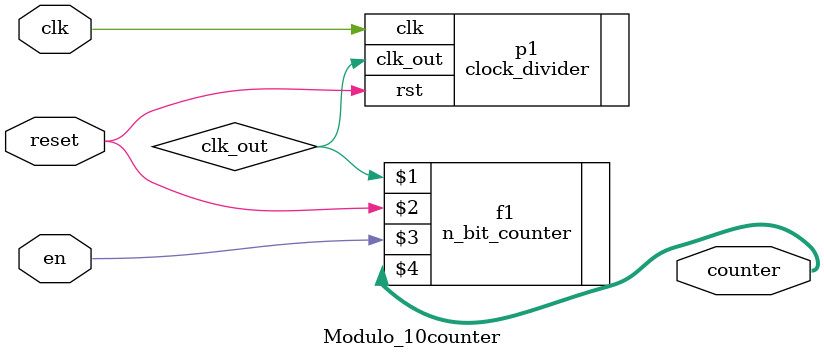
<source format=v>
`timescale 1ns / 1ps


module Modulo_10counter(input clk, input reset, input en ,output [3:0]counter);


wire clk_out;
clock_divider #(50000000) p1(.clk(clk), .rst(reset),  .clk_out(clk_out));
n_bit_counter  #(10,4) f1( clk_out,reset,en,counter);

endmodule

</source>
